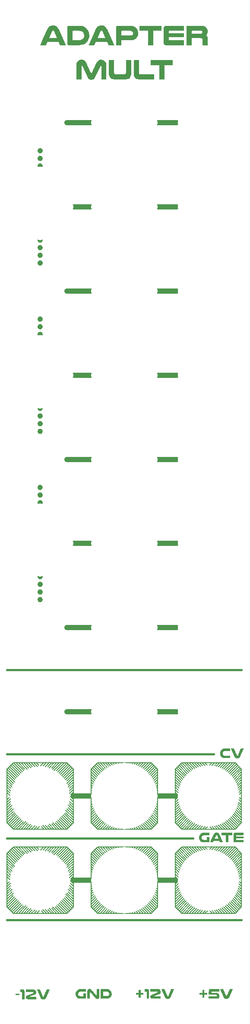
<source format=gto>
G04 #@! TF.GenerationSoftware,KiCad,Pcbnew,8.0.3*
G04 #@! TF.CreationDate,2024-06-29T21:42:12+02:00*
G04 #@! TF.ProjectId,DMH_Adapter_Mult_PANEL,444d485f-4164-4617-9074-65725f4d756c,1*
G04 #@! TF.SameCoordinates,Original*
G04 #@! TF.FileFunction,Legend,Top*
G04 #@! TF.FilePolarity,Positive*
%FSLAX46Y46*%
G04 Gerber Fmt 4.6, Leading zero omitted, Abs format (unit mm)*
G04 Created by KiCad (PCBNEW 8.0.3) date 2024-06-29 21:42:12*
%MOMM*%
%LPD*%
G01*
G04 APERTURE LIST*
%ADD10C,0.200000*%
%ADD11C,1.000000*%
%ADD12C,0.550000*%
%ADD13C,0.400000*%
%ADD14C,0.100000*%
%ADD15C,0.500000*%
%ADD16C,2.900000*%
%ADD17C,13.000000*%
%ADD18C,0.500000*%
%ADD19C,12.000000*%
%ADD20C,4.000000*%
G04 APERTURE END LIST*
D10*
X82250000Y-224000000D02*
X83750000Y-222500000D01*
X92250000Y-211500000D02*
X90500000Y-213250000D01*
X80250000Y-206500000D02*
X82000000Y-204750000D01*
X91750000Y-194500000D02*
X93000000Y-195750000D01*
X96500000Y-197250000D02*
X97750000Y-198500000D01*
X92500000Y-206750000D02*
X90750000Y-205000000D01*
X93000000Y-206250000D02*
X91750000Y-207500000D01*
X126000000Y-199250000D02*
X125250000Y-200000000D01*
X126000000Y-203750000D02*
X125000000Y-202750000D01*
X80750000Y-211500000D02*
X82500000Y-213250000D01*
X105250000Y-211000000D02*
X104500000Y-211750000D01*
X124250000Y-224000000D02*
X122750000Y-222500000D01*
X106750000Y-211000000D02*
X105500000Y-212250000D01*
X88250000Y-224000000D02*
X87500000Y-223250000D01*
X126000000Y-206250000D02*
X124750000Y-207500000D01*
X104200000Y-211000000D02*
X103600000Y-211600000D01*
X125000000Y-207250000D02*
X123250000Y-205500000D01*
X126000000Y-203250000D02*
X125250000Y-202500000D01*
X114250000Y-194500000D02*
X119500000Y-194500000D01*
X101800000Y-207500000D02*
X102400000Y-206900000D01*
X109500000Y-218700000D02*
X108900000Y-218100000D01*
X123750000Y-224000000D02*
X122500000Y-222750000D01*
X113000000Y-218250000D02*
X113500000Y-217750000D01*
X120250000Y-207500000D02*
X119750000Y-207000000D01*
X87700000Y-211000000D02*
X87100000Y-211600000D01*
X98250000Y-224000000D02*
X99750000Y-222500000D01*
X89750000Y-211000000D02*
X88750000Y-212000000D01*
X109500000Y-221250000D02*
X108250000Y-220000000D01*
X119500000Y-207500000D02*
X114250000Y-207500000D01*
D11*
X109250000Y-168000000D02*
X113250000Y-168000000D01*
D10*
X108500000Y-207250000D02*
X106750000Y-205500000D01*
X109500000Y-196750000D02*
X108250000Y-198000000D01*
X91250000Y-211000000D02*
X89750000Y-212500000D01*
X126000000Y-204750000D02*
X124750000Y-203500000D01*
X109500000Y-220750000D02*
X108500000Y-219750000D01*
X109500000Y-215750000D02*
X108750000Y-216500000D01*
X113000000Y-198750000D02*
X113750000Y-199500000D01*
X104250000Y-224000000D02*
X103500000Y-223250000D01*
X103750000Y-224000000D02*
X103250000Y-223500000D01*
X104750000Y-194500000D02*
X104050000Y-195200000D01*
X81750000Y-211000000D02*
X83250000Y-212500000D01*
X96750000Y-212000000D02*
X98500000Y-213750000D01*
X92750000Y-206500000D02*
X91000000Y-204750000D01*
X80000000Y-219750000D02*
X80750000Y-219000000D01*
X113000000Y-206250000D02*
X114750000Y-204500000D01*
X90750000Y-224000000D02*
X89500000Y-222750000D01*
D11*
X91750000Y-102000000D02*
X96750000Y-102000000D01*
D10*
X93000000Y-214250000D02*
X92000000Y-215250000D01*
X114750000Y-211000000D02*
X116250000Y-212500000D01*
X126000000Y-219250000D02*
X125300000Y-218550000D01*
X92250000Y-223500000D02*
X90500000Y-221750000D01*
X96500000Y-217500000D02*
X96500000Y-212250000D01*
X80000000Y-204250000D02*
X81000000Y-203250000D01*
X80000000Y-198250000D02*
X81000000Y-199250000D01*
X113500000Y-223250000D02*
X115250000Y-221500000D01*
X113000000Y-217500000D02*
X113000000Y-212250000D01*
X125250000Y-211500000D02*
X123500000Y-213250000D01*
X100750000Y-207500000D02*
X101500000Y-206750000D01*
X97750000Y-211000000D02*
X99500000Y-212750000D01*
X109500000Y-205750000D02*
X108000000Y-204250000D01*
X106750000Y-207500000D02*
X105500000Y-206250000D01*
X126000000Y-198250000D02*
X125000000Y-199250000D01*
D12*
X86775000Y-95000000D02*
G75*
G02*
X86225000Y-95000000I-275000J0D01*
G01*
X86225000Y-95000000D02*
G75*
G02*
X86775000Y-95000000I275000J0D01*
G01*
D10*
X101800000Y-224000000D02*
X102400000Y-223400000D01*
X113000000Y-218750000D02*
X113750000Y-218000000D01*
X115250000Y-211000000D02*
X116500000Y-212250000D01*
X80000000Y-214250000D02*
X81000000Y-215250000D01*
X109500000Y-204750000D02*
X108250000Y-203500000D01*
X126000000Y-222750000D02*
X124750000Y-224000000D01*
X126000000Y-222750000D02*
X124250000Y-221000000D01*
X80000000Y-196750000D02*
X81500000Y-198250000D01*
X109500000Y-201000000D02*
X109500000Y-206250000D01*
X126000000Y-213250000D02*
X124750000Y-214500000D01*
X80250000Y-212000000D02*
X82000000Y-213750000D01*
X87750000Y-224000000D02*
X87000000Y-223250000D01*
X113250000Y-212000000D02*
X115000000Y-213750000D01*
X80000000Y-212250000D02*
X81750000Y-214000000D01*
X113250000Y-206500000D02*
X115000000Y-204750000D01*
X96500000Y-204250000D02*
X97500000Y-203250000D01*
X100750000Y-211000000D02*
X101500000Y-211750000D01*
D12*
X86775000Y-125000000D02*
G75*
G02*
X86225000Y-125000000I-275000J0D01*
G01*
X86225000Y-125000000D02*
G75*
G02*
X86775000Y-125000000I275000J0D01*
G01*
D10*
X81250000Y-211000000D02*
X83000000Y-212750000D01*
X93000000Y-214750000D02*
X92000000Y-215750000D01*
X96500000Y-215250000D02*
X97250000Y-216000000D01*
X121750000Y-207500000D02*
X121000000Y-206750000D01*
X113000000Y-206250000D02*
X113000000Y-201000000D01*
X108750000Y-223500000D02*
X107000000Y-221750000D01*
X109000000Y-195250000D02*
X107250000Y-197000000D01*
X98250000Y-207500000D02*
X99750000Y-206000000D01*
X115750000Y-224000000D02*
X117000000Y-222750000D01*
X113000000Y-203250000D02*
X113750000Y-202500000D01*
X114250000Y-211000000D02*
X119500000Y-211000000D01*
X107750000Y-207500000D02*
X106250000Y-206000000D01*
X96750000Y-206500000D02*
X98500000Y-204750000D01*
X113000000Y-202250000D02*
X113750000Y-201500000D01*
X96500000Y-200300000D02*
X97100000Y-200900000D01*
X113250000Y-195500000D02*
X115000000Y-197250000D01*
X96500000Y-222750000D02*
X96500000Y-217500000D01*
X113000000Y-220250000D02*
X114000000Y-219250000D01*
X89750000Y-207500000D02*
X88750000Y-206500000D01*
X96500000Y-220250000D02*
X97500000Y-219250000D01*
X107750000Y-194500000D02*
X106250000Y-196000000D01*
D12*
X86775000Y-140500000D02*
G75*
G02*
X86225000Y-140500000I-275000J0D01*
G01*
X86225000Y-140500000D02*
G75*
G02*
X86775000Y-140500000I275000J0D01*
G01*
D10*
X92000000Y-194750000D02*
X90250000Y-196500000D01*
X108250000Y-207500000D02*
X103000000Y-207500000D01*
X91250000Y-207500000D02*
X89750000Y-206000000D01*
X89250000Y-207500000D02*
X88250000Y-206500000D01*
X80750000Y-207000000D02*
X82500000Y-205250000D01*
X115750000Y-211000000D02*
X117000000Y-212250000D01*
X97500000Y-194750000D02*
X99250000Y-196500000D01*
X80000000Y-218750000D02*
X80750000Y-218000000D01*
X107250000Y-224000000D02*
X106000000Y-222750000D01*
D12*
X86775000Y-109000000D02*
G75*
G02*
X86225000Y-109000000I-275000J0D01*
G01*
X86225000Y-109000000D02*
G75*
G02*
X86775000Y-109000000I275000J0D01*
G01*
D10*
X117750000Y-207500000D02*
X118450000Y-206800000D01*
X96500000Y-196750000D02*
X98000000Y-198250000D01*
X96500000Y-205750000D02*
X98000000Y-204250000D01*
X117250000Y-211000000D02*
X118000000Y-211750000D01*
X96500000Y-212250000D02*
X97750000Y-211000000D01*
X108250000Y-224000000D02*
X106500000Y-222250000D01*
X84750000Y-224000000D02*
X85450000Y-223300000D01*
X125500000Y-206750000D02*
X123750000Y-205000000D01*
X105750000Y-224000000D02*
X104750000Y-223000000D01*
D12*
X86775000Y-76000000D02*
G75*
G02*
X86225000Y-76000000I-275000J0D01*
G01*
X86225000Y-76000000D02*
G75*
G02*
X86775000Y-76000000I275000J0D01*
G01*
D10*
X113750000Y-223500000D02*
X115500000Y-221750000D01*
X89250000Y-211000000D02*
X88250000Y-212000000D01*
X109500000Y-216750000D02*
X109000000Y-217250000D01*
X114750000Y-224000000D02*
X116250000Y-222500000D01*
X101250000Y-194500000D02*
X102000000Y-195250000D01*
D12*
X86775000Y-143500000D02*
G75*
G02*
X86225000Y-143500000I-275000J0D01*
G01*
X86225000Y-143500000D02*
G75*
G02*
X86775000Y-143500000I275000J0D01*
G01*
D10*
X109500000Y-206250000D02*
X108250000Y-207500000D01*
X96500000Y-222750000D02*
X98250000Y-221000000D01*
X93000000Y-196750000D02*
X91750000Y-198000000D01*
X80000000Y-201000000D02*
X80000000Y-195750000D01*
X92000000Y-211250000D02*
X90250000Y-213000000D01*
X116750000Y-207500000D02*
X117750000Y-206500000D01*
D11*
X93000000Y-217500000D02*
X96500000Y-217500000D01*
D10*
X83250000Y-194500000D02*
X84250000Y-195500000D01*
X113000000Y-222750000D02*
X114750000Y-221000000D01*
D13*
X80000000Y-225250000D02*
X126000000Y-225250000D01*
D10*
X93000000Y-198250000D02*
X92000000Y-199250000D01*
X98750000Y-224000000D02*
X100250000Y-222500000D01*
X99750000Y-224000000D02*
X100750000Y-223000000D01*
X109500000Y-199750000D02*
X108750000Y-200500000D01*
X80000000Y-221250000D02*
X81250000Y-220000000D01*
X96500000Y-216800000D02*
X97100000Y-217400000D01*
X86500000Y-194500000D02*
X91750000Y-194500000D01*
X96500000Y-204750000D02*
X97750000Y-203500000D01*
X109500000Y-206250000D02*
X107750000Y-204500000D01*
X96500000Y-195750000D02*
X98250000Y-197500000D01*
X80000000Y-197750000D02*
X81000000Y-198750000D01*
X93000000Y-212750000D02*
X91500000Y-214250000D01*
X84750000Y-194500000D02*
X85500000Y-195250000D01*
X80000000Y-222750000D02*
X80000000Y-217500000D01*
X97000000Y-195250000D02*
X98750000Y-197000000D01*
X97250000Y-223500000D02*
X99000000Y-221750000D01*
X96500000Y-198250000D02*
X97500000Y-199250000D01*
X126000000Y-215750000D02*
X125250000Y-216500000D01*
X80750000Y-223500000D02*
X82500000Y-221750000D01*
X81750000Y-207500000D02*
X83250000Y-206000000D01*
X126000000Y-206250000D02*
X124250000Y-204500000D01*
X104750000Y-211000000D02*
X104050000Y-211700000D01*
X113000000Y-213750000D02*
X114250000Y-215000000D01*
D12*
X86775000Y-158000000D02*
G75*
G02*
X86225000Y-158000000I-275000J0D01*
G01*
X86225000Y-158000000D02*
G75*
G02*
X86775000Y-158000000I275000J0D01*
G01*
D10*
X88250000Y-207500000D02*
X87500000Y-206750000D01*
X97500000Y-211250000D02*
X99250000Y-213000000D01*
X80000000Y-216300000D02*
X80600000Y-216900000D01*
X113000000Y-220750000D02*
X114000000Y-219750000D01*
X126000000Y-196250000D02*
X124500000Y-197750000D01*
X93000000Y-199750000D02*
X92250000Y-200500000D01*
X93000000Y-202200000D02*
X92400000Y-201600000D01*
X84250000Y-194500000D02*
X85000000Y-195250000D01*
X83750000Y-211000000D02*
X84750000Y-212000000D01*
D11*
X91750000Y-69000000D02*
X96750000Y-69000000D01*
D10*
X93000000Y-215250000D02*
X92250000Y-216000000D01*
X88250000Y-211000000D02*
X87550000Y-211700000D01*
X114000000Y-211250000D02*
X115750000Y-213000000D01*
X109500000Y-222750000D02*
X107750000Y-221000000D01*
X85750000Y-211000000D02*
X86250000Y-211500000D01*
X121750000Y-224000000D02*
X121000000Y-223250000D01*
X113000000Y-198250000D02*
X114000000Y-199250000D01*
X96500000Y-196250000D02*
X98000000Y-197750000D01*
X96500000Y-201000000D02*
X96500000Y-195750000D01*
X81750000Y-194500000D02*
X83250000Y-196000000D01*
X80500000Y-223250000D02*
X82250000Y-221500000D01*
X96500000Y-205250000D02*
X97750000Y-204000000D01*
X123250000Y-194500000D02*
X122000000Y-195750000D01*
X88750000Y-224000000D02*
X88000000Y-223250000D01*
X117250000Y-207500000D02*
X118000000Y-206750000D01*
X97750000Y-194500000D02*
X103000000Y-194500000D01*
X108750000Y-211500000D02*
X107000000Y-213250000D01*
X96500000Y-215750000D02*
X97200000Y-216450000D01*
X118750000Y-211000000D02*
X119250000Y-211500000D01*
X96500000Y-201750000D02*
X97000000Y-201250000D01*
X116250000Y-224000000D02*
X117250000Y-223000000D01*
X124750000Y-211000000D02*
X123000000Y-212750000D01*
X98750000Y-194500000D02*
X100000000Y-195750000D01*
X96500000Y-219750000D02*
X97250000Y-219000000D01*
X117250000Y-194500000D02*
X118000000Y-195250000D01*
X82750000Y-211000000D02*
X84000000Y-212250000D01*
X113000000Y-222750000D02*
X113000000Y-217500000D01*
X116750000Y-224000000D02*
X117750000Y-223000000D01*
X82250000Y-207500000D02*
X83750000Y-206000000D01*
X105250000Y-224000000D02*
X104500000Y-223250000D01*
X109250000Y-223000000D02*
X107500000Y-221250000D01*
X126000000Y-220250000D02*
X125000000Y-219250000D01*
X126000000Y-213750000D02*
X124750000Y-215000000D01*
X114250000Y-194500000D02*
X116000000Y-196250000D01*
X124250000Y-207500000D02*
X122750000Y-206000000D01*
X123250000Y-224000000D02*
X122000000Y-222750000D01*
D11*
X109250000Y-184500000D02*
X113250000Y-184500000D01*
D10*
X109500000Y-198250000D02*
X108500000Y-199250000D01*
X124750000Y-207500000D02*
X123000000Y-205750000D01*
X80000000Y-220250000D02*
X81000000Y-219250000D01*
X113000000Y-212250000D02*
X114250000Y-211000000D01*
X85800000Y-207500000D02*
X86400000Y-206900000D01*
X124250000Y-194500000D02*
X122750000Y-196000000D01*
X82750000Y-224000000D02*
X84000000Y-222750000D01*
X116750000Y-194500000D02*
X117750000Y-195500000D01*
X96500000Y-212250000D02*
X98250000Y-214000000D01*
X114250000Y-224000000D02*
X116000000Y-222250000D01*
X81000000Y-211250000D02*
X82750000Y-213000000D01*
X109500000Y-197250000D02*
X108250000Y-198500000D01*
X126000000Y-198750000D02*
X125250000Y-199500000D01*
X80000000Y-206250000D02*
X80000000Y-201000000D01*
X109500000Y-196250000D02*
X108000000Y-197750000D01*
X109500000Y-213250000D02*
X108250000Y-214500000D01*
X113000000Y-197250000D02*
X114250000Y-198500000D01*
X103700000Y-211000000D02*
X103100000Y-211600000D01*
X113000000Y-202750000D02*
X113750000Y-202000000D01*
X84750000Y-211000000D02*
X85500000Y-211750000D01*
X80500000Y-206750000D02*
X82250000Y-205000000D01*
X99250000Y-224000000D02*
X100500000Y-222750000D01*
X107250000Y-194500000D02*
X105750000Y-196000000D01*
X100250000Y-224000000D02*
X101250000Y-223000000D01*
X80000000Y-199250000D02*
X80700000Y-199950000D01*
X93000000Y-222750000D02*
X91250000Y-221000000D01*
X101750000Y-211000000D02*
X102500000Y-211750000D01*
X96500000Y-221750000D02*
X97750000Y-220500000D01*
X117750000Y-194500000D02*
X118500000Y-195250000D01*
X104750000Y-224000000D02*
X104000000Y-223250000D01*
X96500000Y-218250000D02*
X97000000Y-217750000D01*
X93000000Y-220250000D02*
X92000000Y-219250000D01*
D12*
X86775000Y-96500000D02*
G75*
G02*
X86225000Y-96500000I-275000J0D01*
G01*
X86225000Y-96500000D02*
G75*
G02*
X86775000Y-96500000I275000J0D01*
G01*
D10*
X80000000Y-213750000D02*
X81250000Y-215000000D01*
X80000000Y-205250000D02*
X81250000Y-204000000D01*
X97250000Y-207000000D02*
X99000000Y-205250000D01*
X83250000Y-224000000D02*
X84250000Y-223000000D01*
X93000000Y-222750000D02*
X91750000Y-224000000D01*
X126000000Y-218700000D02*
X125400000Y-218100000D01*
X80000000Y-212750000D02*
X81500000Y-214250000D01*
X81250000Y-194500000D02*
X83000000Y-196250000D01*
X121750000Y-211000000D02*
X121000000Y-211750000D01*
X126000000Y-205250000D02*
X124500000Y-203750000D01*
X85250000Y-194500000D02*
X86000000Y-195250000D01*
X89250000Y-194500000D02*
X88250000Y-195500000D01*
D12*
X86775000Y-126500000D02*
G75*
G02*
X86225000Y-126500000I-275000J0D01*
G01*
X86225000Y-126500000D02*
G75*
G02*
X86775000Y-126500000I275000J0D01*
G01*
D10*
X93000000Y-205250000D02*
X91500000Y-203750000D01*
X109500000Y-214750000D02*
X108500000Y-215750000D01*
X126000000Y-215250000D02*
X125250000Y-216000000D01*
X96500000Y-214750000D02*
X97500000Y-215750000D01*
X118800000Y-224000000D02*
X119400000Y-223400000D01*
X80000000Y-202750000D02*
X80750000Y-202000000D01*
X91750000Y-211000000D02*
X90000000Y-212750000D01*
X84250000Y-211000000D02*
X85000000Y-211750000D01*
X93000000Y-205750000D02*
X91500000Y-204250000D01*
X125750000Y-206500000D02*
X124000000Y-204750000D01*
X98250000Y-211000000D02*
X99750000Y-212500000D01*
X100750000Y-194500000D02*
X101500000Y-195250000D01*
X80750000Y-195000000D02*
X82500000Y-196750000D01*
X109500000Y-212750000D02*
X108000000Y-214250000D01*
X80000000Y-222250000D02*
X81500000Y-220750000D01*
X93000000Y-217500000D02*
X93000000Y-222750000D01*
X113000000Y-212250000D02*
X114750000Y-214000000D01*
X108250000Y-224000000D02*
X103000000Y-224000000D01*
X114250000Y-207500000D02*
X116000000Y-205750000D01*
X113000000Y-215750000D02*
X113700000Y-216450000D01*
D12*
X86775000Y-159500000D02*
G75*
G02*
X86225000Y-159500000I-275000J0D01*
G01*
X86225000Y-159500000D02*
G75*
G02*
X86775000Y-159500000I275000J0D01*
G01*
D10*
X126000000Y-221750000D02*
X124500000Y-220250000D01*
X93000000Y-212250000D02*
X93000000Y-217500000D01*
X92250000Y-207000000D02*
X90500000Y-205250000D01*
X80250000Y-223000000D02*
X82000000Y-221250000D01*
X90250000Y-211000000D02*
X89000000Y-212250000D01*
X93000000Y-199250000D02*
X92250000Y-200000000D01*
D12*
X86775000Y-74500000D02*
G75*
G02*
X86225000Y-74500000I-275000J0D01*
G01*
X86225000Y-74500000D02*
G75*
G02*
X86775000Y-74500000I275000J0D01*
G01*
D10*
X93000000Y-215750000D02*
X92250000Y-216500000D01*
X82250000Y-194500000D02*
X83500000Y-195750000D01*
X113000000Y-205750000D02*
X114500000Y-204250000D01*
X98250000Y-194500000D02*
X99750000Y-196000000D01*
X80000000Y-203750000D02*
X81000000Y-202750000D01*
X113000000Y-216300000D02*
X113600000Y-216900000D01*
X126000000Y-201700000D02*
X125400000Y-201100000D01*
X101750000Y-194500000D02*
X102500000Y-195250000D01*
X97750000Y-224000000D02*
X96500000Y-222750000D01*
X93000000Y-201000000D02*
X93000000Y-206250000D01*
X105750000Y-211000000D02*
X104750000Y-212000000D01*
X93000000Y-200250000D02*
X92500000Y-200750000D01*
X113000000Y-195750000D02*
X114750000Y-197500000D01*
X99750000Y-207500000D02*
X100750000Y-206500000D01*
X124250000Y-211000000D02*
X122750000Y-212500000D01*
X116750000Y-211000000D02*
X117750000Y-212000000D01*
X102250000Y-194500000D02*
X102750000Y-195000000D01*
X113000000Y-212750000D02*
X114500000Y-214250000D01*
X84250000Y-207500000D02*
X85000000Y-206750000D01*
X96500000Y-203250000D02*
X97250000Y-202500000D01*
X80000000Y-204750000D02*
X81250000Y-203500000D01*
X96500000Y-199800000D02*
X97100000Y-200400000D01*
X113000000Y-195750000D02*
X114250000Y-194500000D01*
X91750000Y-224000000D02*
X90000000Y-222250000D01*
X126000000Y-220750000D02*
X125000000Y-219750000D01*
X109500000Y-222750000D02*
X108250000Y-224000000D01*
X113000000Y-214750000D02*
X114000000Y-215750000D01*
X126000000Y-202750000D02*
X125300000Y-202050000D01*
X126000000Y-196750000D02*
X124750000Y-198000000D01*
X85750000Y-194500000D02*
X86250000Y-195000000D01*
X113000000Y-201750000D02*
X113500000Y-201250000D01*
X108250000Y-194500000D02*
X106500000Y-196250000D01*
X88750000Y-211000000D02*
X88000000Y-211750000D01*
X80000000Y-198750000D02*
X80750000Y-199500000D01*
X120250000Y-224000000D02*
X119750000Y-223500000D01*
X125250000Y-207000000D02*
X123500000Y-205250000D01*
X118300000Y-207500000D02*
X118900000Y-206900000D01*
X86500000Y-207500000D02*
X81250000Y-207500000D01*
X106250000Y-211000000D02*
X105250000Y-212000000D01*
X109500000Y-219250000D02*
X108800000Y-218550000D01*
X122250000Y-207500000D02*
X121250000Y-206500000D01*
X100250000Y-207500000D02*
X101250000Y-206500000D01*
X126000000Y-218200000D02*
X125400000Y-217600000D01*
X125000000Y-223750000D02*
X123250000Y-222000000D01*
X126000000Y-202200000D02*
X125400000Y-201600000D01*
X93000000Y-195750000D02*
X93000000Y-201000000D01*
D12*
X86775000Y-93500000D02*
G75*
G02*
X86225000Y-93500000I-275000J0D01*
G01*
X86225000Y-93500000D02*
G75*
G02*
X86775000Y-93500000I275000J0D01*
G01*
D10*
X96500000Y-213250000D02*
X98000000Y-214750000D01*
X96500000Y-202750000D02*
X97250000Y-202000000D01*
X90250000Y-207500000D02*
X89000000Y-206250000D01*
X97000000Y-211750000D02*
X98750000Y-213500000D01*
X87200000Y-211000000D02*
X86600000Y-211600000D01*
X109250000Y-206500000D02*
X107500000Y-204750000D01*
X119500000Y-194500000D02*
X124750000Y-194500000D01*
X96500000Y-202250000D02*
X97250000Y-201500000D01*
X126000000Y-212750000D02*
X124500000Y-214250000D01*
X113000000Y-204250000D02*
X114000000Y-203250000D01*
X85800000Y-224000000D02*
X86400000Y-223400000D01*
X109500000Y-216250000D02*
X108750000Y-217000000D01*
X97750000Y-207500000D02*
X99500000Y-205750000D01*
X84750000Y-207500000D02*
X85450000Y-206800000D01*
X126000000Y-214750000D02*
X125000000Y-215750000D01*
X96500000Y-198750000D02*
X97250000Y-199500000D01*
X106750000Y-194500000D02*
X105500000Y-195750000D01*
X109500000Y-197750000D02*
X108500000Y-198750000D01*
X87250000Y-224000000D02*
X86750000Y-223500000D01*
D11*
X91750000Y-135000000D02*
X96750000Y-135000000D01*
D10*
X107750000Y-224000000D02*
X106250000Y-222500000D01*
X121750000Y-194500000D02*
X121000000Y-195250000D01*
X126000000Y-217500000D02*
X126000000Y-222750000D01*
X86500000Y-211000000D02*
X91750000Y-211000000D01*
X83750000Y-224000000D02*
X84750000Y-223000000D01*
X126000000Y-212250000D02*
X124250000Y-214000000D01*
X92250000Y-195000000D02*
X90500000Y-196750000D01*
X104750000Y-207500000D02*
X104000000Y-206750000D01*
X113000000Y-219250000D02*
X113750000Y-218500000D01*
X80500000Y-195250000D02*
X82250000Y-197000000D01*
X109500000Y-222250000D02*
X108000000Y-220750000D01*
D12*
X86775000Y-110500000D02*
G75*
G02*
X86225000Y-110500000I-275000J0D01*
G01*
X86225000Y-110500000D02*
G75*
G02*
X86775000Y-110500000I275000J0D01*
G01*
D10*
X113000000Y-197750000D02*
X114000000Y-198750000D01*
X120200000Y-194500000D02*
X119600000Y-195100000D01*
X80000000Y-196250000D02*
X81500000Y-197750000D01*
D12*
X86775000Y-161000000D02*
G75*
G02*
X86225000Y-161000000I-275000J0D01*
G01*
X86225000Y-161000000D02*
G75*
G02*
X86775000Y-161000000I275000J0D01*
G01*
D10*
X97750000Y-194500000D02*
X99500000Y-196250000D01*
X88750000Y-207500000D02*
X88000000Y-206750000D01*
X108250000Y-194500000D02*
X109500000Y-195750000D01*
X113000000Y-201000000D02*
X113000000Y-195750000D01*
X96500000Y-206250000D02*
X96500000Y-201000000D01*
X116250000Y-211000000D02*
X117250000Y-212000000D01*
X93000000Y-213250000D02*
X91750000Y-214500000D01*
D11*
X91750000Y-184500000D02*
X96750000Y-184500000D01*
D10*
X118300000Y-224000000D02*
X118900000Y-223400000D01*
X96500000Y-218750000D02*
X97250000Y-218000000D01*
X109500000Y-202750000D02*
X108800000Y-202050000D01*
X108500000Y-194750000D02*
X106750000Y-196500000D01*
X98750000Y-211000000D02*
X100000000Y-212250000D01*
X104250000Y-207500000D02*
X103500000Y-206750000D01*
X109500000Y-213750000D02*
X108250000Y-215000000D01*
X108750000Y-195000000D02*
X107000000Y-196750000D01*
X96500000Y-219250000D02*
X97250000Y-218500000D01*
X115750000Y-207500000D02*
X117000000Y-206250000D01*
X109500000Y-212250000D02*
X107750000Y-214000000D01*
X100250000Y-194500000D02*
X101250000Y-195500000D01*
X107250000Y-211000000D02*
X105750000Y-212500000D01*
X113000000Y-196250000D02*
X114500000Y-197750000D01*
X109000000Y-211750000D02*
X107250000Y-213500000D01*
X121250000Y-194500000D02*
X120550000Y-195200000D01*
X92000000Y-223750000D02*
X90250000Y-222000000D01*
X116250000Y-194500000D02*
X117250000Y-195500000D01*
X85250000Y-211000000D02*
X86000000Y-211750000D01*
X115250000Y-194500000D02*
X116500000Y-195750000D01*
X122750000Y-207500000D02*
X121750000Y-206500000D01*
X97000000Y-206750000D02*
X98750000Y-205000000D01*
X108250000Y-207500000D02*
X106500000Y-205750000D01*
X122250000Y-211000000D02*
X121250000Y-212000000D01*
X109250000Y-195500000D02*
X107500000Y-197250000D01*
X81750000Y-224000000D02*
X83250000Y-222500000D01*
X80000000Y-219250000D02*
X80750000Y-218500000D01*
X97250000Y-195000000D02*
X99000000Y-196750000D01*
X109500000Y-195750000D02*
X109500000Y-201000000D01*
X96500000Y-216300000D02*
X97100000Y-216900000D01*
X103000000Y-207500000D02*
X97750000Y-207500000D01*
X114750000Y-207500000D02*
X116250000Y-206000000D01*
X109500000Y-215250000D02*
X108750000Y-216000000D01*
X109500000Y-200250000D02*
X109000000Y-200750000D01*
X81250000Y-207500000D02*
X80000000Y-206250000D01*
X124750000Y-194500000D02*
X126000000Y-195750000D01*
X124750000Y-211000000D02*
X126000000Y-212250000D01*
X123750000Y-211000000D02*
X122250000Y-212500000D01*
X102300000Y-207500000D02*
X102900000Y-206900000D01*
X81000000Y-194750000D02*
X82750000Y-196500000D01*
D13*
X80000000Y-192750000D02*
X120500000Y-192750000D01*
D10*
X100750000Y-224000000D02*
X101500000Y-223250000D01*
X115250000Y-224000000D02*
X116750000Y-222500000D01*
X81000000Y-223750000D02*
X82750000Y-222000000D01*
D11*
X109250000Y-85500000D02*
X113250000Y-85500000D01*
D10*
X122750000Y-211000000D02*
X121750000Y-212000000D01*
X105250000Y-194500000D02*
X104500000Y-195250000D01*
D11*
X109250000Y-135000000D02*
X113250000Y-135000000D01*
D10*
X113000000Y-219750000D02*
X113750000Y-219000000D01*
X125750000Y-223000000D02*
X124000000Y-221250000D01*
X113000000Y-204750000D02*
X114250000Y-203500000D01*
X109500000Y-203750000D02*
X108500000Y-202750000D01*
X92750000Y-212000000D02*
X91000000Y-213750000D01*
X114750000Y-194500000D02*
X116250000Y-196000000D01*
X107750000Y-211000000D02*
X106250000Y-212500000D01*
X96750000Y-223000000D02*
X98500000Y-221250000D01*
X113750000Y-207000000D02*
X115500000Y-205250000D01*
X82250000Y-211000000D02*
X83500000Y-212250000D01*
X80000000Y-212250000D02*
X81250000Y-211000000D01*
X97250000Y-211500000D02*
X99000000Y-213250000D01*
X93000000Y-221250000D02*
X91750000Y-220000000D01*
X114250000Y-224000000D02*
X113000000Y-222750000D01*
X93000000Y-195750000D02*
X91250000Y-197500000D01*
X93000000Y-218200000D02*
X92400000Y-217600000D01*
X101250000Y-224000000D02*
X101950000Y-223300000D01*
X104200000Y-194500000D02*
X103600000Y-195100000D01*
X122250000Y-224000000D02*
X121250000Y-223000000D01*
X125000000Y-194750000D02*
X123250000Y-196500000D01*
X89250000Y-224000000D02*
X88250000Y-223000000D01*
X97750000Y-211000000D02*
X103000000Y-211000000D01*
X92750000Y-223000000D02*
X91000000Y-221250000D01*
X83250000Y-211000000D02*
X84250000Y-212000000D01*
X96500000Y-222250000D02*
X98000000Y-220750000D01*
X114000000Y-223750000D02*
X115750000Y-222000000D01*
X106250000Y-194500000D02*
X105250000Y-195500000D01*
X113750000Y-211500000D02*
X115500000Y-213250000D01*
X80000000Y-197250000D02*
X81250000Y-198500000D01*
X96500000Y-197750000D02*
X97500000Y-198750000D01*
X121250000Y-211000000D02*
X120550000Y-211700000D01*
X109500000Y-217500000D02*
X109500000Y-222750000D01*
X123250000Y-211000000D02*
X122000000Y-212250000D01*
X103750000Y-207500000D02*
X103250000Y-207000000D01*
X103000000Y-224000000D02*
X97750000Y-224000000D01*
X83750000Y-207500000D02*
X84750000Y-206500000D01*
X113000000Y-200300000D02*
X113600000Y-200900000D01*
X113000000Y-196750000D02*
X114500000Y-198250000D01*
X81250000Y-207500000D02*
X83000000Y-205750000D01*
X109500000Y-202200000D02*
X108900000Y-201600000D01*
X126000000Y-201000000D02*
X126000000Y-206250000D01*
X115750000Y-194500000D02*
X117000000Y-195750000D01*
X119500000Y-224000000D02*
X114250000Y-224000000D01*
X109500000Y-205250000D02*
X108000000Y-203750000D01*
X109500000Y-195750000D02*
X107750000Y-197500000D01*
X80000000Y-217500000D02*
X80000000Y-212250000D01*
X114250000Y-211000000D02*
X116000000Y-212750000D01*
X92500000Y-223250000D02*
X90750000Y-221500000D01*
X93000000Y-201700000D02*
X92400000Y-201100000D01*
D12*
X86775000Y-129500000D02*
G75*
G02*
X86225000Y-129500000I-275000J0D01*
G01*
X86225000Y-129500000D02*
G75*
G02*
X86775000Y-129500000I275000J0D01*
G01*
D10*
X92000000Y-207250000D02*
X90250000Y-205500000D01*
D13*
X80000000Y-209250000D02*
X116500000Y-209250000D01*
D10*
X108750000Y-207000000D02*
X107000000Y-205250000D01*
X80000000Y-205750000D02*
X81500000Y-204250000D01*
X120700000Y-194500000D02*
X120100000Y-195100000D01*
X93000000Y-213750000D02*
X91750000Y-215000000D01*
X113000000Y-199250000D02*
X113700000Y-199950000D01*
X93000000Y-202750000D02*
X92300000Y-202050000D01*
D12*
X86775000Y-162500000D02*
G75*
G02*
X86225000Y-162500000I-275000J0D01*
G01*
X86225000Y-162500000D02*
G75*
G02*
X86775000Y-162500000I275000J0D01*
G01*
D10*
X81250000Y-211000000D02*
X86500000Y-211000000D01*
D12*
X86775000Y-92000000D02*
G75*
G02*
X86225000Y-92000000I-275000J0D01*
G01*
X86225000Y-92000000D02*
G75*
G02*
X86775000Y-92000000I275000J0D01*
G01*
D10*
X85300000Y-207500000D02*
X85900000Y-206900000D01*
X80000000Y-221750000D02*
X81250000Y-220500000D01*
X80000000Y-218250000D02*
X80500000Y-217750000D01*
X93000000Y-212250000D02*
X91250000Y-214000000D01*
X117750000Y-224000000D02*
X118450000Y-223300000D01*
X123750000Y-207500000D02*
X122500000Y-206250000D01*
D12*
X86775000Y-107500000D02*
G75*
G02*
X86225000Y-107500000I-275000J0D01*
G01*
X86225000Y-107500000D02*
G75*
G02*
X86775000Y-107500000I275000J0D01*
G01*
D10*
X109500000Y-221750000D02*
X108000000Y-220250000D01*
D12*
X86775000Y-77500000D02*
G75*
G02*
X86225000Y-77500000I-275000J0D01*
G01*
X86225000Y-77500000D02*
G75*
G02*
X86775000Y-77500000I275000J0D01*
G01*
D10*
X108500000Y-211250000D02*
X106750000Y-213000000D01*
X113000000Y-221250000D02*
X114250000Y-220000000D01*
X91750000Y-207500000D02*
X90000000Y-205750000D01*
X126000000Y-197250000D02*
X124750000Y-198500000D01*
X123750000Y-194500000D02*
X122250000Y-196000000D01*
X117750000Y-211000000D02*
X118500000Y-211750000D01*
X113000000Y-222250000D02*
X114500000Y-220750000D01*
X103700000Y-194500000D02*
X103100000Y-195100000D01*
X96500000Y-214250000D02*
X97500000Y-215250000D01*
X113000000Y-216800000D02*
X113600000Y-217400000D01*
X120700000Y-211000000D02*
X120100000Y-211600000D01*
X126000000Y-219750000D02*
X125250000Y-219000000D01*
X114000000Y-207250000D02*
X115750000Y-205500000D01*
X113000000Y-203750000D02*
X114000000Y-202750000D01*
X83250000Y-207500000D02*
X84250000Y-206500000D01*
X113250000Y-223000000D02*
X115000000Y-221250000D01*
D12*
X86775000Y-128000000D02*
G75*
G02*
X86225000Y-128000000I-275000J0D01*
G01*
X86225000Y-128000000D02*
G75*
G02*
X86775000Y-128000000I275000J0D01*
G01*
D11*
X109500000Y-201000000D02*
X113000000Y-201000000D01*
D10*
X113750000Y-195000000D02*
X115500000Y-196750000D01*
X109500000Y-218200000D02*
X108900000Y-217600000D01*
X91750000Y-194500000D02*
X90000000Y-196250000D01*
X109500000Y-219750000D02*
X108750000Y-219000000D01*
X96500000Y-206250000D02*
X98250000Y-204500000D01*
X97500000Y-207250000D02*
X99250000Y-205500000D01*
X123250000Y-207500000D02*
X122000000Y-206250000D01*
X90250000Y-194500000D02*
X89000000Y-195750000D01*
X80000000Y-214750000D02*
X81000000Y-215750000D01*
X96500000Y-199250000D02*
X97200000Y-199950000D01*
X80000000Y-195750000D02*
X81250000Y-194500000D01*
X122750000Y-224000000D02*
X121750000Y-223000000D01*
X118750000Y-194500000D02*
X119250000Y-195000000D01*
D11*
X92750000Y-118500000D02*
X96750000Y-118500000D01*
D10*
X106250000Y-207500000D02*
X105250000Y-206500000D01*
X96500000Y-212750000D02*
X98000000Y-214250000D01*
X109000000Y-223250000D02*
X107250000Y-221500000D01*
X106750000Y-224000000D02*
X105500000Y-222750000D01*
X93000000Y-219250000D02*
X92300000Y-218550000D01*
X126000000Y-195750000D02*
X126000000Y-201000000D01*
X126000000Y-214250000D02*
X125000000Y-215250000D01*
X126000000Y-195750000D02*
X124250000Y-197500000D01*
X96750000Y-195500000D02*
X98500000Y-197250000D01*
X80000000Y-215750000D02*
X80700000Y-216450000D01*
X93000000Y-197250000D02*
X91750000Y-198500000D01*
X109500000Y-198750000D02*
X108750000Y-199500000D01*
X80000000Y-216800000D02*
X80600000Y-217400000D01*
X96500000Y-220750000D02*
X97500000Y-219750000D01*
X97750000Y-224000000D02*
X99500000Y-222250000D01*
X93000000Y-198750000D02*
X92250000Y-199500000D01*
X122750000Y-194500000D02*
X121750000Y-195500000D01*
X109000000Y-206750000D02*
X107250000Y-205000000D01*
X113000000Y-213250000D02*
X114500000Y-214750000D01*
X93000000Y-204750000D02*
X91750000Y-203500000D01*
X93000000Y-218700000D02*
X92400000Y-218100000D01*
X89750000Y-224000000D02*
X88750000Y-223000000D01*
X80250000Y-195500000D02*
X82000000Y-197250000D01*
X120750000Y-207500000D02*
X120000000Y-206750000D01*
D11*
X109250000Y-102000000D02*
X113250000Y-102000000D01*
D10*
X125500000Y-211750000D02*
X123750000Y-213500000D01*
X81000000Y-207250000D02*
X82750000Y-205500000D01*
X93000000Y-196250000D02*
X91500000Y-197750000D01*
X113500000Y-206750000D02*
X115250000Y-205000000D01*
X90750000Y-211000000D02*
X89250000Y-212500000D01*
X113500000Y-211750000D02*
X115250000Y-213500000D01*
X113000000Y-205250000D02*
X114250000Y-204000000D01*
X93000000Y-216250000D02*
X92250000Y-217000000D01*
X101250000Y-211000000D02*
X102000000Y-211750000D01*
X124750000Y-224000000D02*
X123000000Y-222250000D01*
X90750000Y-207500000D02*
X89500000Y-206250000D01*
X90750000Y-194500000D02*
X89250000Y-196000000D01*
X102250000Y-211000000D02*
X102750000Y-211500000D01*
X93000000Y-221750000D02*
X91500000Y-220250000D01*
X118250000Y-211000000D02*
X119000000Y-211750000D01*
X119500000Y-211000000D02*
X124750000Y-211000000D01*
X80000000Y-220750000D02*
X81000000Y-219750000D01*
X93000000Y-204250000D02*
X92000000Y-203250000D01*
X114000000Y-194750000D02*
X115750000Y-196500000D01*
X84250000Y-224000000D02*
X85000000Y-223250000D01*
X93000000Y-222250000D02*
X91500000Y-220750000D01*
X100250000Y-211000000D02*
X101250000Y-212000000D01*
X96500000Y-213750000D02*
X97750000Y-215000000D01*
X93000000Y-203250000D02*
X92250000Y-202500000D01*
X88750000Y-194500000D02*
X88000000Y-195250000D01*
X120200000Y-211000000D02*
X119600000Y-211600000D01*
X125750000Y-212000000D02*
X124000000Y-213750000D01*
X80000000Y-200300000D02*
X80600000Y-200900000D01*
D11*
X92750000Y-85500000D02*
X96750000Y-85500000D01*
D10*
X108500000Y-223750000D02*
X106750000Y-222000000D01*
X105750000Y-194500000D02*
X104750000Y-195500000D01*
X103000000Y-211000000D02*
X108250000Y-211000000D01*
X109500000Y-214250000D02*
X108500000Y-215250000D01*
X99750000Y-194500000D02*
X100750000Y-195500000D01*
X105250000Y-207500000D02*
X104500000Y-206750000D01*
X101250000Y-207500000D02*
X101950000Y-206800000D01*
X122250000Y-194500000D02*
X121250000Y-195500000D01*
X103000000Y-194500000D02*
X108250000Y-194500000D01*
X113500000Y-195250000D02*
X115250000Y-197000000D01*
X109500000Y-199250000D02*
X108750000Y-200000000D01*
X126000000Y-221250000D02*
X124750000Y-220000000D01*
X126000000Y-204250000D02*
X125000000Y-203250000D01*
X93000000Y-203750000D02*
X92000000Y-202750000D01*
X126000000Y-216750000D02*
X125500000Y-217250000D01*
X105750000Y-207500000D02*
X104750000Y-206500000D01*
X126000000Y-212250000D02*
X126000000Y-217500000D01*
X82750000Y-194500000D02*
X84000000Y-195750000D01*
X126000000Y-200250000D02*
X125500000Y-200750000D01*
X126000000Y-197750000D02*
X125000000Y-198750000D01*
D11*
X93000000Y-201000000D02*
X96500000Y-201000000D01*
D10*
X80000000Y-202250000D02*
X80750000Y-201500000D01*
X124750000Y-194500000D02*
X123000000Y-196250000D01*
X83750000Y-194500000D02*
X84750000Y-195500000D01*
X118250000Y-194500000D02*
X119000000Y-195250000D01*
X124750000Y-224000000D02*
X119500000Y-224000000D01*
X126000000Y-205750000D02*
X124500000Y-204250000D01*
X80000000Y-199800000D02*
X80600000Y-200400000D01*
X121250000Y-224000000D02*
X120500000Y-223250000D01*
X80500000Y-211750000D02*
X82250000Y-213500000D01*
X89750000Y-194500000D02*
X88750000Y-195500000D01*
X96500000Y-221250000D02*
X97750000Y-220000000D01*
X99250000Y-211000000D02*
X100500000Y-212250000D01*
D11*
X92750000Y-151500000D02*
X96750000Y-151500000D01*
D10*
X109500000Y-201700000D02*
X108900000Y-201100000D01*
X97500000Y-223750000D02*
X99250000Y-222000000D01*
X93000000Y-219750000D02*
X92250000Y-219000000D01*
X106250000Y-224000000D02*
X105250000Y-223000000D01*
X125500000Y-195250000D02*
X123750000Y-197000000D01*
X90250000Y-224000000D02*
X89000000Y-222750000D01*
D13*
X80000000Y-176300000D02*
X126000000Y-176300000D01*
D10*
X88250000Y-194500000D02*
X87550000Y-195200000D01*
X85300000Y-224000000D02*
X85900000Y-223400000D01*
D11*
X109250000Y-69000000D02*
X113250000Y-69000000D01*
D10*
X87750000Y-207500000D02*
X87000000Y-206750000D01*
X109250000Y-212000000D02*
X107500000Y-213750000D01*
X126000000Y-199750000D02*
X125250000Y-200500000D01*
X117250000Y-224000000D02*
X118000000Y-223250000D01*
X80000000Y-201750000D02*
X80500000Y-201250000D01*
X109500000Y-212250000D02*
X109500000Y-217500000D01*
X82750000Y-207500000D02*
X84000000Y-206250000D01*
X81250000Y-224000000D02*
X80000000Y-222750000D01*
X116250000Y-207500000D02*
X117250000Y-206500000D01*
X92500000Y-195250000D02*
X90750000Y-197000000D01*
D12*
X86775000Y-142000000D02*
G75*
G02*
X86225000Y-142000000I-275000J0D01*
G01*
X86225000Y-142000000D02*
G75*
G02*
X86775000Y-142000000I275000J0D01*
G01*
D10*
X113000000Y-199800000D02*
X113600000Y-200400000D01*
X121250000Y-207500000D02*
X120500000Y-206750000D01*
X87200000Y-194500000D02*
X86600000Y-195100000D01*
X99250000Y-194500000D02*
X100500000Y-195750000D01*
X93000000Y-197750000D02*
X92000000Y-198750000D01*
X81250000Y-194500000D02*
X86500000Y-194500000D01*
X120750000Y-224000000D02*
X120000000Y-223250000D01*
X92750000Y-195500000D02*
X91000000Y-197250000D01*
X124750000Y-207500000D02*
X119500000Y-207500000D01*
X115250000Y-207500000D02*
X116750000Y-206000000D01*
X93000000Y-206250000D02*
X91250000Y-204500000D01*
D11*
X109500000Y-217500000D02*
X113000000Y-217500000D01*
D10*
X107250000Y-207500000D02*
X106000000Y-206250000D01*
X126000000Y-222250000D02*
X124500000Y-220750000D01*
X91750000Y-224000000D02*
X86500000Y-224000000D01*
X92500000Y-211750000D02*
X90750000Y-213500000D01*
X113000000Y-214250000D02*
X114000000Y-215250000D01*
X87250000Y-207500000D02*
X86750000Y-207000000D01*
D11*
X109250000Y-118500000D02*
X113250000Y-118500000D01*
D10*
X113000000Y-221750000D02*
X114250000Y-220500000D01*
X118800000Y-207500000D02*
X119400000Y-206900000D01*
X126000000Y-216250000D02*
X125250000Y-217000000D01*
X87700000Y-194500000D02*
X87100000Y-195100000D01*
X96500000Y-203750000D02*
X97500000Y-202750000D01*
X91250000Y-224000000D02*
X89750000Y-222500000D01*
X99750000Y-211000000D02*
X100750000Y-212000000D01*
X108250000Y-211000000D02*
X109500000Y-212250000D01*
X113000000Y-215250000D02*
X113750000Y-216000000D01*
X109500000Y-204250000D02*
X108500000Y-203250000D01*
X109500000Y-203250000D02*
X108750000Y-202500000D01*
X80000000Y-222750000D02*
X81750000Y-221000000D01*
X81250000Y-224000000D02*
X83000000Y-222250000D01*
X99250000Y-207500000D02*
X100500000Y-206250000D01*
X91250000Y-194500000D02*
X89750000Y-196000000D01*
X80000000Y-203250000D02*
X80750000Y-202500000D01*
X97000000Y-223250000D02*
X98750000Y-221500000D01*
X93000000Y-216750000D02*
X92500000Y-217250000D01*
X108250000Y-211000000D02*
X106500000Y-212750000D01*
X86500000Y-224000000D02*
X81250000Y-224000000D01*
X91750000Y-211000000D02*
X93000000Y-212250000D01*
X125500000Y-223250000D02*
X123750000Y-221500000D01*
D11*
X109250000Y-151500000D02*
X113250000Y-151500000D01*
D10*
X96500000Y-195750000D02*
X97750000Y-194500000D01*
X125250000Y-195000000D02*
X123500000Y-196750000D01*
X114250000Y-207500000D02*
X113000000Y-206250000D01*
X80000000Y-213250000D02*
X81500000Y-214750000D01*
X80000000Y-215250000D02*
X80750000Y-216000000D01*
X93000000Y-220750000D02*
X92000000Y-219750000D01*
X98750000Y-207500000D02*
X100250000Y-206000000D01*
X109500000Y-220250000D02*
X108500000Y-219250000D01*
X125750000Y-195500000D02*
X124000000Y-197250000D01*
X97750000Y-207500000D02*
X96500000Y-206250000D01*
X125000000Y-211250000D02*
X123250000Y-213000000D01*
X91750000Y-207500000D02*
X86500000Y-207500000D01*
X125250000Y-223500000D02*
X123500000Y-221750000D01*
X80000000Y-195750000D02*
X81750000Y-197500000D01*
D11*
X91750000Y-168000000D02*
X96750000Y-168000000D01*
D10*
X102300000Y-224000000D02*
X102900000Y-223400000D01*
X80000000Y-206250000D02*
X81750000Y-204500000D01*
D14*
G36*
X123773762Y-193081744D02*
G01*
X122782624Y-193081744D01*
X122673246Y-193073840D01*
X122567369Y-193046656D01*
X122480050Y-193002087D01*
X122401605Y-192933733D01*
X122342162Y-192851382D01*
X122302272Y-192756008D01*
X122284886Y-192651189D01*
X122284369Y-192629406D01*
X122296558Y-192524126D01*
X122331345Y-192426736D01*
X122386056Y-192340953D01*
X122424076Y-192299678D01*
X122508947Y-192236691D01*
X122603703Y-192197227D01*
X122707086Y-192178092D01*
X122782624Y-192174626D01*
X123773762Y-192174626D01*
X123773762Y-191672951D01*
X122782624Y-191672951D01*
X122671783Y-191677346D01*
X122568080Y-191690247D01*
X122471280Y-191711231D01*
X122359632Y-191748182D01*
X122257945Y-191796273D01*
X122165762Y-191854678D01*
X122082624Y-191922568D01*
X121999996Y-192009415D01*
X121928695Y-192106587D01*
X121869819Y-192212887D01*
X121832399Y-192303695D01*
X121804192Y-192398967D01*
X121785760Y-192498090D01*
X121777664Y-192600451D01*
X121777321Y-192626475D01*
X121783956Y-192743247D01*
X121803355Y-192855338D01*
X121834757Y-192961933D01*
X121877403Y-193062215D01*
X121930531Y-193155369D01*
X121993383Y-193240577D01*
X122021075Y-193272254D01*
X122107962Y-193356020D01*
X122206264Y-193428048D01*
X122293342Y-193476541D01*
X122388100Y-193516362D01*
X122490703Y-193546995D01*
X122601318Y-193567925D01*
X122720110Y-193578636D01*
X122782624Y-193580000D01*
X123773762Y-193580000D01*
X123773762Y-193081744D01*
G37*
G36*
X124638870Y-193262972D02*
G01*
X124693980Y-193364560D01*
X124759780Y-193448300D01*
X124836730Y-193514452D01*
X124925288Y-193563272D01*
X125025911Y-193595016D01*
X125139059Y-193609943D01*
X125187928Y-193611263D01*
X125306837Y-193602991D01*
X125412195Y-193578004D01*
X125504762Y-193536045D01*
X125585299Y-193476857D01*
X125654567Y-193400183D01*
X125713324Y-193305765D01*
X125734055Y-193262972D01*
X126411584Y-191757459D01*
X126442359Y-191672951D01*
X125851291Y-191672951D01*
X125828821Y-191740362D01*
X125269016Y-193052435D01*
X125190370Y-193111542D01*
X125109282Y-193052435D01*
X124543615Y-191740362D01*
X124524076Y-191672951D01*
X123924704Y-191672951D01*
X123955478Y-191757459D01*
X124638870Y-193262972D01*
G37*
G36*
X81653384Y-240048422D02*
G01*
X82414934Y-240048422D01*
X82414934Y-239726510D01*
X81653384Y-239726510D01*
X81653384Y-240048422D01*
G37*
G36*
X82581996Y-238922951D02*
G01*
X82581996Y-239424626D01*
X82892673Y-239424626D01*
X82965192Y-239493937D01*
X82965457Y-239503761D01*
X82965457Y-240830000D01*
X83469574Y-240830000D01*
X83469574Y-239427069D01*
X83463953Y-239304148D01*
X83446127Y-239199511D01*
X83404484Y-239093536D01*
X83338701Y-239014078D01*
X83245958Y-238959995D01*
X83150461Y-238934233D01*
X83034465Y-238923397D01*
X83002093Y-238922951D01*
X82581996Y-238922951D01*
G37*
G36*
X83720656Y-239424626D02*
G01*
X85031263Y-239424626D01*
X85127006Y-239449478D01*
X85159735Y-239529651D01*
X85115304Y-239616735D01*
X85064968Y-239643468D01*
X83958548Y-240092875D01*
X83866531Y-240139360D01*
X83784588Y-240203737D01*
X83722758Y-240286886D01*
X83688175Y-240386657D01*
X83681577Y-240460704D01*
X83695162Y-240562263D01*
X83737090Y-240657408D01*
X83809118Y-240738487D01*
X83893403Y-240789790D01*
X84000830Y-240821585D01*
X84104117Y-240830000D01*
X85722959Y-240830000D01*
X85722959Y-240345910D01*
X84524215Y-240345910D01*
X84493440Y-240317578D01*
X84515911Y-240288757D01*
X85369784Y-239973196D01*
X85475742Y-239922840D01*
X85564806Y-239858377D01*
X85636541Y-239781942D01*
X85690510Y-239695670D01*
X85726277Y-239601697D01*
X85743405Y-239502158D01*
X85744941Y-239461263D01*
X85734720Y-239349635D01*
X85704572Y-239247115D01*
X85655270Y-239155483D01*
X85587587Y-239076519D01*
X85502296Y-239012004D01*
X85400169Y-238963717D01*
X85281979Y-238933439D01*
X85183261Y-238923621D01*
X85148500Y-238922951D01*
X83720656Y-238922951D01*
X83720656Y-239424626D01*
G37*
G36*
X86574878Y-240512972D02*
G01*
X86629988Y-240614560D01*
X86695788Y-240698300D01*
X86772738Y-240764452D01*
X86861295Y-240813272D01*
X86961919Y-240845016D01*
X87075067Y-240859943D01*
X87123936Y-240861263D01*
X87242845Y-240852991D01*
X87348203Y-240828004D01*
X87440770Y-240786045D01*
X87521307Y-240726857D01*
X87590575Y-240650183D01*
X87649332Y-240555765D01*
X87670063Y-240512972D01*
X88347592Y-239007459D01*
X88378367Y-238922951D01*
X87787299Y-238922951D01*
X87764829Y-238990362D01*
X87205024Y-240302435D01*
X87126378Y-240361542D01*
X87045289Y-240302435D01*
X86479623Y-238990362D01*
X86460084Y-238922951D01*
X85860712Y-238922951D01*
X85891486Y-239007459D01*
X86574878Y-240512972D01*
G37*
G36*
X119276623Y-239576196D02*
G01*
X118719261Y-239576196D01*
X118719261Y-239010530D01*
X118347035Y-239010530D01*
X118347035Y-239576196D01*
X117786741Y-239576196D01*
X117786741Y-239948422D01*
X118347035Y-239948422D01*
X118347035Y-240511158D01*
X118719261Y-240511158D01*
X118719261Y-239948422D01*
X119276623Y-239948422D01*
X119276623Y-239576196D01*
G37*
G36*
X119527216Y-240245910D02*
G01*
X119527216Y-240730000D01*
X121050803Y-240730000D01*
X121157478Y-240724786D01*
X121270282Y-240705448D01*
X121367481Y-240672989D01*
X121462551Y-240620159D01*
X121539458Y-240553059D01*
X121549058Y-240542421D01*
X121610546Y-240452353D01*
X121648998Y-240360987D01*
X121671628Y-240261081D01*
X121678019Y-240168241D01*
X121670680Y-240070426D01*
X121644010Y-239963216D01*
X121598568Y-239865666D01*
X121535122Y-239780107D01*
X121479205Y-239727627D01*
X121387587Y-239669047D01*
X121288592Y-239631171D01*
X121185335Y-239610230D01*
X121082469Y-239602149D01*
X121044941Y-239601598D01*
X120140266Y-239601598D01*
X120101187Y-239556657D01*
X120118284Y-239360286D01*
X120154432Y-239324626D01*
X121607677Y-239324626D01*
X121607677Y-238822951D01*
X119801745Y-238822951D01*
X119704596Y-238841007D01*
X119631465Y-238909649D01*
X119608305Y-239005157D01*
X119566295Y-239772079D01*
X119585172Y-239873852D01*
X119663633Y-239937836D01*
X119737265Y-239948422D01*
X120991696Y-239948422D01*
X121088291Y-239964904D01*
X121126030Y-239990432D01*
X121165226Y-240083664D01*
X121165597Y-240095945D01*
X121135023Y-240191595D01*
X121126030Y-240201458D01*
X121035973Y-240242880D01*
X120991696Y-240245910D01*
X119527216Y-240245910D01*
G37*
G36*
X122488905Y-240412972D02*
G01*
X122544015Y-240514560D01*
X122609815Y-240598300D01*
X122686765Y-240664452D01*
X122775322Y-240713272D01*
X122875946Y-240745016D01*
X122989094Y-240759943D01*
X123037963Y-240761263D01*
X123156872Y-240752991D01*
X123262230Y-240728004D01*
X123354797Y-240686045D01*
X123435334Y-240626857D01*
X123504602Y-240550183D01*
X123563359Y-240455765D01*
X123584090Y-240412972D01*
X124261619Y-238907459D01*
X124292394Y-238822951D01*
X123701326Y-238822951D01*
X123678856Y-238890362D01*
X123119051Y-240202435D01*
X123040405Y-240261542D01*
X122959317Y-240202435D01*
X122393650Y-238890362D01*
X122374111Y-238822951D01*
X121774739Y-238822951D01*
X121805513Y-238907459D01*
X122488905Y-240412972D01*
G37*
D15*
G36*
X89110383Y-49926070D02*
G01*
X89334644Y-49956428D01*
X89534528Y-50020698D01*
X89710815Y-50119083D01*
X89864290Y-50251783D01*
X89995735Y-50419000D01*
X90105932Y-50620935D01*
X91472715Y-53628053D01*
X91534264Y-53800000D01*
X90391207Y-53800000D01*
X90347244Y-53668108D01*
X90145011Y-53197208D01*
X87904815Y-53197208D01*
X87709421Y-53662247D01*
X87669365Y-53800000D01*
X86498953Y-53800000D01*
X86560503Y-53628053D01*
X87131466Y-52361898D01*
X88275087Y-52361898D01*
X89775715Y-52361898D01*
X89193441Y-51011723D01*
X89186658Y-50996722D01*
X89019540Y-50894487D01*
X89013237Y-50894571D01*
X88851501Y-51011723D01*
X88275087Y-52361898D01*
X87131466Y-52361898D01*
X87916539Y-50620935D01*
X87957991Y-50535982D01*
X88075457Y-50347958D01*
X88214050Y-50194572D01*
X88375469Y-50075623D01*
X88561413Y-49990908D01*
X88773583Y-49940226D01*
X89013678Y-49923377D01*
X89110383Y-49926070D01*
G37*
G36*
X94367391Y-49994692D02*
G01*
X94574797Y-50020494D01*
X94768396Y-50062462D01*
X94991693Y-50136364D01*
X95195066Y-50232547D01*
X95379432Y-50349356D01*
X95545708Y-50485136D01*
X95580467Y-50518108D01*
X95741368Y-50696125D01*
X95879175Y-50894311D01*
X95991696Y-51110275D01*
X96062034Y-51294238D01*
X96113665Y-51486821D01*
X96145466Y-51686801D01*
X96156316Y-51892951D01*
X96154157Y-51987387D01*
X96130394Y-52217382D01*
X96081663Y-52437363D01*
X96009551Y-52645698D01*
X95915646Y-52840756D01*
X95801535Y-53020903D01*
X95668807Y-53184508D01*
X95566997Y-53287733D01*
X95379303Y-53441420D01*
X95212563Y-53546693D01*
X95030722Y-53635136D01*
X94833449Y-53705718D01*
X94620410Y-53757410D01*
X94391274Y-53789180D01*
X94145708Y-53800000D01*
X92100907Y-53800000D01*
X91924969Y-53747876D01*
X91854711Y-53559665D01*
X91854711Y-51068387D01*
X92868807Y-51068387D01*
X92868807Y-52724354D01*
X92941103Y-52803489D01*
X94145708Y-52803489D01*
X94364455Y-52787680D01*
X94576119Y-52733313D01*
X94750494Y-52644175D01*
X94906769Y-52507466D01*
X94933402Y-52476953D01*
X95045238Y-52306470D01*
X95116930Y-52111371D01*
X95142219Y-51898813D01*
X95134569Y-51780329D01*
X95084343Y-51577618D01*
X94991691Y-51394817D01*
X94861828Y-51239357D01*
X94729464Y-51135570D01*
X94548773Y-51048883D01*
X94351901Y-51002718D01*
X94145708Y-50989253D01*
X92941103Y-50989253D01*
X92868807Y-51068387D01*
X91854711Y-51068387D01*
X91854711Y-50221353D01*
X91909491Y-50052612D01*
X92100907Y-49985903D01*
X94145708Y-49985903D01*
X94367391Y-49994692D01*
G37*
G36*
X98614361Y-49926070D02*
G01*
X98838622Y-49956428D01*
X99038505Y-50020698D01*
X99214793Y-50119083D01*
X99368268Y-50251783D01*
X99499712Y-50419000D01*
X99609909Y-50620935D01*
X100976692Y-53628053D01*
X101038242Y-53800000D01*
X99895185Y-53800000D01*
X99851221Y-53668108D01*
X99648988Y-53197208D01*
X97408793Y-53197208D01*
X97213399Y-53662247D01*
X97173343Y-53800000D01*
X96002931Y-53800000D01*
X96064480Y-53628053D01*
X96635443Y-52361898D01*
X97779065Y-52361898D01*
X99279693Y-52361898D01*
X98697418Y-51011723D01*
X98690635Y-50996722D01*
X98523517Y-50894487D01*
X98517215Y-50894571D01*
X98355478Y-51011723D01*
X97779065Y-52361898D01*
X96635443Y-52361898D01*
X97420517Y-50620935D01*
X97461968Y-50535982D01*
X97579434Y-50347958D01*
X97718027Y-50194572D01*
X97879446Y-50075623D01*
X98065391Y-49990908D01*
X98277561Y-49940226D01*
X98517655Y-49923377D01*
X98614361Y-49926070D01*
G37*
G36*
X104381077Y-49993154D02*
G01*
X104598909Y-50021838D01*
X104792675Y-50070987D01*
X104996546Y-50154965D01*
X105172777Y-50263878D01*
X105325192Y-50395254D01*
X105373380Y-50445715D01*
X105502115Y-50610463D01*
X105605606Y-50793037D01*
X105681920Y-50990577D01*
X105729125Y-51200225D01*
X105745290Y-51419120D01*
X105739596Y-51548674D01*
X105703240Y-51768196D01*
X105635398Y-51975980D01*
X105538524Y-52169021D01*
X105415073Y-52344312D01*
X105365197Y-52400915D01*
X105196552Y-52554239D01*
X105032715Y-52661071D01*
X104846003Y-52746580D01*
X104634828Y-52808619D01*
X104397602Y-52845040D01*
X104187997Y-52854291D01*
X102447034Y-52854291D01*
X102447034Y-53800000D01*
X101432938Y-53800000D01*
X101432938Y-51070341D01*
X102447034Y-51070341D01*
X102447034Y-51924214D01*
X104210468Y-51924214D01*
X104290343Y-51921007D01*
X104495142Y-51868854D01*
X104648151Y-51738590D01*
X104697176Y-51654778D01*
X104737055Y-51460153D01*
X104725479Y-51346227D01*
X104642289Y-51163154D01*
X104589992Y-51108287D01*
X104406111Y-51012453D01*
X104210468Y-50989253D01*
X102519330Y-50989253D01*
X102447034Y-51070341D01*
X101432938Y-51070341D01*
X101432938Y-50221353D01*
X101487718Y-50052612D01*
X101679135Y-49985903D01*
X104187997Y-49985903D01*
X104381077Y-49993154D01*
G37*
G36*
X105985625Y-49985903D02*
G01*
X105985625Y-50989253D01*
X107649407Y-50989253D01*
X107649407Y-53800000D01*
X108668388Y-53800000D01*
X108668388Y-50989253D01*
X110326309Y-50989253D01*
X110326309Y-49985903D01*
X105985625Y-49985903D01*
G37*
G36*
X111254431Y-49985903D02*
G01*
X111044810Y-50010087D01*
X110868175Y-50097275D01*
X110749810Y-50271942D01*
X110716120Y-50495882D01*
X110716120Y-53274389D01*
X110741854Y-53480105D01*
X110833912Y-53652563D01*
X111016585Y-53767469D01*
X111216012Y-53799493D01*
X111248570Y-53800000D01*
X114698256Y-53800000D01*
X114698256Y-52831821D01*
X111820098Y-52831821D01*
X111730216Y-52724354D01*
X111730216Y-52236845D01*
X114681647Y-52236845D01*
X114681647Y-51509002D01*
X111730216Y-51509002D01*
X111730216Y-51083042D01*
X111820098Y-50989253D01*
X114698256Y-50989253D01*
X114698256Y-49985903D01*
X111254431Y-49985903D01*
G37*
G36*
X118319335Y-49995965D02*
G01*
X118536224Y-50033195D01*
X118752009Y-50108141D01*
X118932294Y-50213222D01*
X119081926Y-50344452D01*
X119207559Y-50503500D01*
X119302966Y-50683339D01*
X119363569Y-50879847D01*
X119384787Y-51088904D01*
X119384521Y-51117063D01*
X119361480Y-51337266D01*
X119295357Y-51543720D01*
X119177817Y-51729737D01*
X119026239Y-51870481D01*
X119093469Y-51914538D01*
X119237760Y-52051846D01*
X119333188Y-52231768D01*
X119378619Y-52437836D01*
X119390649Y-52659874D01*
X119390649Y-53433635D01*
X119392813Y-53593948D01*
X119407258Y-53800000D01*
X118382415Y-53800000D01*
X118375682Y-53744091D01*
X118365806Y-53543056D01*
X118365806Y-52769295D01*
X118321440Y-52565282D01*
X118160107Y-52448760D01*
X117950593Y-52424424D01*
X116187160Y-52424424D01*
X116187160Y-53800000D01*
X115173064Y-53800000D01*
X115173064Y-51016608D01*
X116187160Y-51016608D01*
X116187160Y-51562735D01*
X117978925Y-51562735D01*
X118094600Y-51548746D01*
X118264201Y-51439637D01*
X118268365Y-51434385D01*
X118337474Y-51245219D01*
X118336148Y-51215954D01*
X118253454Y-51033217D01*
X118176123Y-50974329D01*
X117978925Y-50932588D01*
X116271180Y-50932588D01*
X116187160Y-51016608D01*
X115173064Y-51016608D01*
X115173064Y-50221353D01*
X115236078Y-50045010D01*
X115425122Y-49985903D01*
X118113748Y-49985903D01*
X118319335Y-49995965D01*
G37*
G36*
X96550035Y-60582526D02*
G01*
X96746575Y-60562284D01*
X96946437Y-60488796D01*
X97108612Y-60357840D01*
X97187998Y-60236678D01*
X98335939Y-57861660D01*
X98409212Y-57817697D01*
X98498116Y-57918325D01*
X98498116Y-60520000D01*
X99473134Y-60520000D01*
X99473134Y-57743447D01*
X99459758Y-57520434D01*
X99420532Y-57328539D01*
X99343901Y-57139868D01*
X99218248Y-56964658D01*
X99120447Y-56873942D01*
X98946697Y-56760725D01*
X98763857Y-56686982D01*
X98557702Y-56647754D01*
X98459037Y-56643377D01*
X98247623Y-56663765D01*
X98029188Y-56738700D01*
X97844769Y-56863037D01*
X97689652Y-57030785D01*
X97579370Y-57199417D01*
X97501605Y-57350704D01*
X96644802Y-59213789D01*
X96550035Y-59286085D01*
X96454292Y-59213789D01*
X95597488Y-57350704D01*
X95498902Y-57163778D01*
X95385424Y-57000067D01*
X95225751Y-56839138D01*
X95035990Y-56722619D01*
X94811427Y-56656499D01*
X94640056Y-56643377D01*
X94424084Y-56664837D01*
X94230672Y-56724173D01*
X94044293Y-56825327D01*
X93978647Y-56873942D01*
X93829155Y-57025739D01*
X93718406Y-57216371D01*
X93655802Y-57420790D01*
X93629332Y-57627857D01*
X93625960Y-57743447D01*
X93625960Y-60520000D01*
X94600977Y-60520000D01*
X94600977Y-57923210D01*
X94689882Y-57822581D01*
X94763155Y-57866545D01*
X95911096Y-60251332D01*
X96039400Y-60413560D01*
X96216043Y-60520711D01*
X96425375Y-60574742D01*
X96550035Y-60582526D01*
G37*
G36*
X103020517Y-60520000D02*
G01*
X103273113Y-60510317D01*
X103496308Y-60480870D01*
X103691096Y-60431060D01*
X103908345Y-60331935D01*
X104079219Y-60194124D01*
X104206079Y-60016208D01*
X104291282Y-59796767D01*
X104329265Y-59604081D01*
X104346139Y-59386640D01*
X104347244Y-59308555D01*
X104347244Y-56705903D01*
X103328263Y-56705903D01*
X103328263Y-59195226D01*
X103284387Y-59400707D01*
X103118061Y-59530312D01*
X102953106Y-59551821D01*
X101379205Y-59551821D01*
X101182995Y-59516932D01*
X101042065Y-59367462D01*
X101014795Y-59195226D01*
X101014795Y-56705903D01*
X99995813Y-56705903D01*
X99995813Y-59308555D01*
X100005872Y-59534381D01*
X100036714Y-59735252D01*
X100111894Y-59965296D01*
X100228171Y-60153461D01*
X100387913Y-60301165D01*
X100593490Y-60409828D01*
X100847273Y-60480870D01*
X101070671Y-60510317D01*
X101323518Y-60520000D01*
X103020517Y-60520000D01*
G37*
G36*
X108843266Y-60520000D02*
G01*
X108843266Y-59551821D01*
X106216190Y-59551821D01*
X106021789Y-59523640D01*
X105895667Y-59363052D01*
X105880112Y-59189364D01*
X105880112Y-56705903D01*
X104861131Y-56705903D01*
X104861131Y-59286085D01*
X104869383Y-59507276D01*
X104895205Y-59706511D01*
X104959728Y-59938081D01*
X105062119Y-60130798D01*
X105206167Y-60284767D01*
X105395660Y-60400090D01*
X105634390Y-60476871D01*
X105848028Y-60509225D01*
X106093092Y-60520000D01*
X108843266Y-60520000D01*
G37*
G36*
X108174041Y-56705903D02*
G01*
X108174041Y-57709253D01*
X109837823Y-57709253D01*
X109837823Y-60520000D01*
X110856804Y-60520000D01*
X110856804Y-57709253D01*
X112514725Y-57709253D01*
X112514725Y-56705903D01*
X108174041Y-56705903D01*
G37*
D14*
G36*
X95367481Y-240730000D02*
G01*
X95461586Y-240696473D01*
X95487648Y-240609832D01*
X95487648Y-239685617D01*
X94983531Y-239685617D01*
X94983531Y-240200481D01*
X94947383Y-240240048D01*
X94462805Y-240240048D01*
X94353427Y-240231071D01*
X94247550Y-240201026D01*
X94160231Y-240153476D01*
X94081786Y-240083733D01*
X94022343Y-240001382D01*
X93982453Y-239906008D01*
X93965067Y-239801189D01*
X93964550Y-239779406D01*
X93976739Y-239674126D01*
X94011526Y-239576736D01*
X94066237Y-239490953D01*
X94104257Y-239449678D01*
X94189128Y-239386691D01*
X94283884Y-239347227D01*
X94387267Y-239328092D01*
X94462805Y-239324626D01*
X95484717Y-239324626D01*
X95484717Y-238822951D01*
X94462805Y-238822951D01*
X94351964Y-238827346D01*
X94248261Y-238840247D01*
X94151461Y-238861231D01*
X94039813Y-238898182D01*
X93938126Y-238946273D01*
X93845943Y-239004678D01*
X93762805Y-239072568D01*
X93680177Y-239159415D01*
X93608876Y-239256587D01*
X93550000Y-239362887D01*
X93512580Y-239453695D01*
X93484373Y-239548967D01*
X93465941Y-239648090D01*
X93457845Y-239750451D01*
X93457502Y-239776475D01*
X93464137Y-239893084D01*
X93483536Y-240005122D01*
X93514938Y-240111739D01*
X93557584Y-240212086D01*
X93610712Y-240305314D01*
X93673564Y-240390572D01*
X93701256Y-240422254D01*
X93788143Y-240506020D01*
X93886445Y-240578048D01*
X93973523Y-240626541D01*
X94068281Y-240666362D01*
X94170884Y-240696995D01*
X94281499Y-240717925D01*
X94400291Y-240728636D01*
X94462805Y-240730000D01*
X95367481Y-240730000D01*
G37*
G36*
X98107885Y-238822951D02*
G01*
X97612072Y-238822951D01*
X97612072Y-240055889D01*
X97572994Y-240106692D01*
X97525122Y-240084221D01*
X96601396Y-238969986D01*
X96524213Y-238895882D01*
X96432162Y-238837420D01*
X96329429Y-238803820D01*
X96225375Y-238792258D01*
X96192533Y-238791688D01*
X96078595Y-238800867D01*
X95977577Y-238829625D01*
X95892095Y-238879795D01*
X95824766Y-238953213D01*
X95778206Y-239051711D01*
X95757670Y-239149799D01*
X95752896Y-239235233D01*
X95752896Y-240730000D01*
X96251151Y-240730000D01*
X96251151Y-239445771D01*
X96298534Y-239392037D01*
X96343475Y-239417438D01*
X97382484Y-240621067D01*
X97465502Y-240689618D01*
X97564401Y-240735007D01*
X97666487Y-240756487D01*
X97752268Y-240761263D01*
X97853653Y-240748241D01*
X97945931Y-240707991D01*
X98022883Y-240638735D01*
X98078286Y-240538696D01*
X98103507Y-240430533D01*
X98107885Y-240354354D01*
X98107885Y-238822951D01*
G37*
G36*
X99642663Y-238827346D02*
G01*
X99746366Y-238840247D01*
X99843165Y-238861231D01*
X99954814Y-238898182D01*
X100056500Y-238946273D01*
X100148683Y-239004678D01*
X100231821Y-239072568D01*
X100249201Y-239089054D01*
X100329651Y-239178062D01*
X100398555Y-239277155D01*
X100454815Y-239385137D01*
X100489984Y-239477119D01*
X100515799Y-239573410D01*
X100531700Y-239673400D01*
X100537125Y-239776475D01*
X100536046Y-239823693D01*
X100524164Y-239938691D01*
X100499799Y-240048681D01*
X100463743Y-240152849D01*
X100416790Y-240250378D01*
X100359735Y-240340451D01*
X100293370Y-240422254D01*
X100242466Y-240473866D01*
X100148618Y-240550710D01*
X100065249Y-240603346D01*
X99974328Y-240647568D01*
X99875691Y-240682859D01*
X99769172Y-240708705D01*
X99654604Y-240724590D01*
X99531821Y-240730000D01*
X98509421Y-240730000D01*
X98421452Y-240703938D01*
X98386322Y-240609832D01*
X98386322Y-239364193D01*
X98893370Y-239364193D01*
X98893370Y-240192177D01*
X98929518Y-240231744D01*
X99531821Y-240231744D01*
X99641195Y-240223840D01*
X99747026Y-240196656D01*
X99834214Y-240152087D01*
X99912352Y-240083733D01*
X99925668Y-240068476D01*
X99981586Y-239983235D01*
X100017432Y-239885685D01*
X100030077Y-239779406D01*
X100026251Y-239720164D01*
X100001139Y-239618809D01*
X99954813Y-239527408D01*
X99889881Y-239449678D01*
X99823699Y-239397785D01*
X99733354Y-239354441D01*
X99634917Y-239331359D01*
X99531821Y-239324626D01*
X98929518Y-239324626D01*
X98893370Y-239364193D01*
X98386322Y-239364193D01*
X98386322Y-238940676D01*
X98413712Y-238856306D01*
X98509421Y-238822951D01*
X99531821Y-238822951D01*
X99642663Y-238827346D01*
G37*
G36*
X119562526Y-210080000D02*
G01*
X119656631Y-210046473D01*
X119682693Y-209959832D01*
X119682693Y-209035617D01*
X119178576Y-209035617D01*
X119178576Y-209550481D01*
X119142428Y-209590048D01*
X118657850Y-209590048D01*
X118548472Y-209581071D01*
X118442595Y-209551026D01*
X118355276Y-209503476D01*
X118276831Y-209433733D01*
X118217388Y-209351382D01*
X118177498Y-209256008D01*
X118160112Y-209151189D01*
X118159595Y-209129406D01*
X118171784Y-209024126D01*
X118206571Y-208926736D01*
X118261282Y-208840953D01*
X118299302Y-208799678D01*
X118384173Y-208736691D01*
X118478929Y-208697227D01*
X118582312Y-208678092D01*
X118657850Y-208674626D01*
X119679762Y-208674626D01*
X119679762Y-208172951D01*
X118657850Y-208172951D01*
X118547009Y-208177346D01*
X118443306Y-208190247D01*
X118346506Y-208211231D01*
X118234858Y-208248182D01*
X118133171Y-208296273D01*
X118040988Y-208354678D01*
X117957850Y-208422568D01*
X117875222Y-208509415D01*
X117803921Y-208606587D01*
X117745045Y-208712887D01*
X117707625Y-208803695D01*
X117679418Y-208898967D01*
X117660986Y-208998090D01*
X117652890Y-209100451D01*
X117652547Y-209126475D01*
X117659182Y-209243084D01*
X117678581Y-209355122D01*
X117709983Y-209461739D01*
X117752629Y-209562086D01*
X117805757Y-209655314D01*
X117868609Y-209740572D01*
X117896301Y-209772254D01*
X117983188Y-209856020D01*
X118081490Y-209928048D01*
X118168568Y-209976541D01*
X118263326Y-210016362D01*
X118365929Y-210046995D01*
X118476544Y-210067925D01*
X118595336Y-210078636D01*
X118657850Y-210080000D01*
X119562526Y-210080000D01*
G37*
G36*
X121140816Y-208143035D02*
G01*
X121252946Y-208158214D01*
X121352888Y-208190349D01*
X121441032Y-208239541D01*
X121517769Y-208305891D01*
X121583491Y-208389500D01*
X121638590Y-208490467D01*
X122321981Y-209994026D01*
X122352756Y-210080000D01*
X121781228Y-210080000D01*
X121759246Y-210014054D01*
X121658129Y-209778604D01*
X120538032Y-209778604D01*
X120440334Y-210011123D01*
X120420307Y-210080000D01*
X119835101Y-210080000D01*
X119865875Y-209994026D01*
X120151356Y-209360949D01*
X120723168Y-209360949D01*
X121473482Y-209360949D01*
X121182344Y-208685861D01*
X121178953Y-208678361D01*
X121095394Y-208627243D01*
X121092243Y-208627285D01*
X121011374Y-208685861D01*
X120723168Y-209360949D01*
X120151356Y-209360949D01*
X120543893Y-208490467D01*
X120564619Y-208447991D01*
X120623352Y-208353979D01*
X120692649Y-208277286D01*
X120773358Y-208217811D01*
X120866331Y-208175454D01*
X120972416Y-208150113D01*
X121092463Y-208141688D01*
X121140816Y-208143035D01*
G37*
G36*
X122045987Y-208172951D02*
G01*
X122045987Y-208674626D01*
X122877878Y-208674626D01*
X122877878Y-210080000D01*
X123387369Y-210080000D01*
X123387369Y-208674626D01*
X124216329Y-208674626D01*
X124216329Y-208172951D01*
X122045987Y-208172951D01*
G37*
G36*
X124680390Y-208172951D02*
G01*
X124575579Y-208185043D01*
X124487262Y-208228637D01*
X124428080Y-208315971D01*
X124411235Y-208427941D01*
X124411235Y-209817194D01*
X124424102Y-209920052D01*
X124470130Y-210006281D01*
X124561467Y-210063734D01*
X124661181Y-210079746D01*
X124677459Y-210080000D01*
X126402302Y-210080000D01*
X126402302Y-209595910D01*
X124963224Y-209595910D01*
X124918283Y-209542177D01*
X124918283Y-209298422D01*
X126393998Y-209298422D01*
X126393998Y-208934501D01*
X124918283Y-208934501D01*
X124918283Y-208721521D01*
X124963224Y-208674626D01*
X126402302Y-208674626D01*
X126402302Y-208172951D01*
X124680390Y-208172951D01*
G37*
G36*
X106776413Y-239576196D02*
G01*
X106219051Y-239576196D01*
X106219051Y-239010530D01*
X105846825Y-239010530D01*
X105846825Y-239576196D01*
X105286531Y-239576196D01*
X105286531Y-239948422D01*
X105846825Y-239948422D01*
X105846825Y-240511158D01*
X106219051Y-240511158D01*
X106219051Y-239948422D01*
X106776413Y-239948422D01*
X106776413Y-239576196D01*
G37*
G36*
X106996231Y-238822951D02*
G01*
X106996231Y-239324626D01*
X107306908Y-239324626D01*
X107379428Y-239393937D01*
X107379693Y-239403761D01*
X107379693Y-240730000D01*
X107883810Y-240730000D01*
X107883810Y-239327069D01*
X107878189Y-239204148D01*
X107860363Y-239099511D01*
X107818720Y-238993536D01*
X107752936Y-238914078D01*
X107660194Y-238859995D01*
X107564697Y-238834233D01*
X107448700Y-238823397D01*
X107416329Y-238822951D01*
X106996231Y-238822951D01*
G37*
G36*
X108134892Y-239324626D02*
G01*
X109445499Y-239324626D01*
X109541242Y-239349478D01*
X109573970Y-239429651D01*
X109529539Y-239516735D01*
X109479204Y-239543468D01*
X108372784Y-239992875D01*
X108280767Y-240039360D01*
X108198823Y-240103737D01*
X108136993Y-240186886D01*
X108102410Y-240286657D01*
X108095813Y-240360704D01*
X108109398Y-240462263D01*
X108151325Y-240557408D01*
X108223354Y-240638487D01*
X108307639Y-240689790D01*
X108415066Y-240721585D01*
X108518353Y-240730000D01*
X110137194Y-240730000D01*
X110137194Y-240245910D01*
X108938451Y-240245910D01*
X108907676Y-240217578D01*
X108930146Y-240188757D01*
X109784019Y-239873196D01*
X109889978Y-239822840D01*
X109979042Y-239758377D01*
X110050777Y-239681942D01*
X110104745Y-239595670D01*
X110140512Y-239501697D01*
X110157641Y-239402158D01*
X110159176Y-239361263D01*
X110148955Y-239249635D01*
X110118808Y-239147115D01*
X110069506Y-239055483D01*
X110001823Y-238976519D01*
X109916532Y-238912004D01*
X109814405Y-238863717D01*
X109696215Y-238833439D01*
X109597496Y-238823621D01*
X109562735Y-238822951D01*
X108134892Y-238822951D01*
X108134892Y-239324626D01*
G37*
G36*
X110989113Y-240412972D02*
G01*
X111044223Y-240514560D01*
X111110024Y-240598300D01*
X111186974Y-240664452D01*
X111275531Y-240713272D01*
X111376155Y-240745016D01*
X111489303Y-240759943D01*
X111538171Y-240761263D01*
X111657080Y-240752991D01*
X111762438Y-240728004D01*
X111855006Y-240686045D01*
X111935543Y-240626857D01*
X112004810Y-240550183D01*
X112063568Y-240455765D01*
X112084298Y-240412972D01*
X112761828Y-238907459D01*
X112792603Y-238822951D01*
X112201535Y-238822951D01*
X112179065Y-238890362D01*
X111619260Y-240202435D01*
X111540614Y-240261542D01*
X111459525Y-240202435D01*
X110893859Y-238890362D01*
X110874319Y-238822951D01*
X110274947Y-238822951D01*
X110305722Y-238907459D01*
X110989113Y-240412972D01*
G37*
%LPC*%
D16*
X86500000Y-112100000D03*
D17*
X86500000Y-118500000D03*
D16*
X86500000Y-79100000D03*
D17*
X86500000Y-85500000D03*
D16*
X86500000Y-145100000D03*
D17*
X86500000Y-151500000D03*
D18*
X113800000Y-201000000D03*
X115460000Y-196970000D03*
X115470000Y-205040000D03*
X119500000Y-195300000D03*
D19*
X119500000Y-201000000D03*
D18*
X119500000Y-206700000D03*
X123530000Y-205040000D03*
X123540000Y-196970000D03*
X125200000Y-201000000D03*
D20*
X81500000Y-245000000D03*
D18*
X97300000Y-69000000D03*
X98960000Y-64970000D03*
X98970000Y-73040000D03*
X103000000Y-63300000D03*
D17*
X103000000Y-69000000D03*
D18*
X103000000Y-74700000D03*
X107030000Y-73040000D03*
X107040000Y-64970000D03*
X108700000Y-69000000D03*
X97300000Y-118500000D03*
X98960000Y-114470000D03*
X98970000Y-122540000D03*
X103000000Y-112800000D03*
D17*
X103000000Y-118500000D03*
D18*
X103000000Y-124200000D03*
X107030000Y-122540000D03*
X107040000Y-114470000D03*
X108700000Y-118500000D03*
D20*
X124500000Y-52000000D03*
D18*
X97300000Y-151500000D03*
X98960000Y-147470000D03*
X98970000Y-155540000D03*
X103000000Y-145800000D03*
D17*
X103000000Y-151500000D03*
D18*
X103000000Y-157200000D03*
X107030000Y-155540000D03*
X107040000Y-147470000D03*
X108700000Y-151500000D03*
X97300000Y-184500000D03*
X98960000Y-180470000D03*
X98970000Y-188540000D03*
X103000000Y-178800000D03*
D17*
X103000000Y-184500000D03*
D18*
X103000000Y-190200000D03*
X107030000Y-188540000D03*
X107040000Y-180470000D03*
X108700000Y-184500000D03*
X113800000Y-135000000D03*
X115460000Y-130970000D03*
X115470000Y-139040000D03*
X119500000Y-129300000D03*
D19*
X119500000Y-135000000D03*
D18*
X119500000Y-140700000D03*
X123530000Y-139040000D03*
X123540000Y-130970000D03*
X125200000Y-135000000D03*
X113800000Y-69000000D03*
X115460000Y-64970000D03*
X115470000Y-73040000D03*
X119500000Y-63300000D03*
D19*
X119500000Y-69000000D03*
D18*
X119500000Y-74700000D03*
X123530000Y-73040000D03*
X123540000Y-64970000D03*
X125200000Y-69000000D03*
X113800000Y-85500000D03*
X115460000Y-81470000D03*
X115470000Y-89540000D03*
X119500000Y-79800000D03*
D19*
X119500000Y-85500000D03*
D18*
X119500000Y-91200000D03*
X123530000Y-89540000D03*
X123540000Y-81470000D03*
X125200000Y-85500000D03*
X113800000Y-102000000D03*
X115460000Y-97970000D03*
X115470000Y-106040000D03*
X119500000Y-96300000D03*
D19*
X119500000Y-102000000D03*
D18*
X119500000Y-107700000D03*
X123530000Y-106040000D03*
X123540000Y-97970000D03*
X125200000Y-102000000D03*
X113800000Y-184500000D03*
X115460000Y-180470000D03*
X115470000Y-188540000D03*
X119500000Y-178800000D03*
D19*
X119500000Y-184500000D03*
D18*
X119500000Y-190200000D03*
X123530000Y-188540000D03*
X123540000Y-180470000D03*
X125200000Y-184500000D03*
X97300000Y-135000000D03*
X98960000Y-130970000D03*
X98970000Y-139040000D03*
X103000000Y-129300000D03*
D17*
X103000000Y-135000000D03*
D18*
X103000000Y-140700000D03*
X107030000Y-139040000D03*
X107040000Y-130970000D03*
X108700000Y-135000000D03*
X113800000Y-168000000D03*
X115460000Y-163970000D03*
X115470000Y-172040000D03*
X119500000Y-162300000D03*
D19*
X119500000Y-168000000D03*
D18*
X119500000Y-173700000D03*
X123530000Y-172040000D03*
X123540000Y-163970000D03*
X125200000Y-168000000D03*
X113800000Y-217500000D03*
X115460000Y-213470000D03*
X115470000Y-221540000D03*
X119500000Y-211800000D03*
D19*
X119500000Y-217500000D03*
D18*
X119500000Y-223200000D03*
X123530000Y-221540000D03*
X123540000Y-213470000D03*
X125200000Y-217500000D03*
X97300000Y-217500000D03*
X98960000Y-213470000D03*
X98970000Y-221540000D03*
X103000000Y-211800000D03*
D17*
X103000000Y-217500000D03*
D18*
X103000000Y-223200000D03*
X107030000Y-221540000D03*
X107040000Y-213470000D03*
X108700000Y-217500000D03*
X97300000Y-201000000D03*
X98960000Y-196970000D03*
X98970000Y-205040000D03*
X103000000Y-195300000D03*
D17*
X103000000Y-201000000D03*
D18*
X103000000Y-206700000D03*
X107030000Y-205040000D03*
X107040000Y-196970000D03*
X108700000Y-201000000D03*
X113800000Y-118500000D03*
X115460000Y-114470000D03*
X115470000Y-122540000D03*
X119500000Y-112800000D03*
D19*
X119500000Y-118500000D03*
D18*
X119500000Y-124200000D03*
X123530000Y-122540000D03*
X123540000Y-114470000D03*
X125200000Y-118500000D03*
X113800000Y-151500000D03*
X115460000Y-147470000D03*
X115470000Y-155540000D03*
X119500000Y-145800000D03*
D19*
X119500000Y-151500000D03*
D18*
X119500000Y-157200000D03*
X123530000Y-155540000D03*
X123540000Y-147470000D03*
X125200000Y-151500000D03*
X97300000Y-168000000D03*
X98960000Y-163970000D03*
X98970000Y-172040000D03*
X103000000Y-162300000D03*
D17*
X103000000Y-168000000D03*
D18*
X103000000Y-173700000D03*
X107030000Y-172040000D03*
X107040000Y-163970000D03*
X108700000Y-168000000D03*
D20*
X81500000Y-52000000D03*
X124500000Y-245000000D03*
D18*
X97300000Y-85500000D03*
X98960000Y-81470000D03*
X98970000Y-89540000D03*
X103000000Y-79800000D03*
D17*
X103000000Y-85500000D03*
D18*
X103000000Y-91200000D03*
X107030000Y-89540000D03*
X107040000Y-81470000D03*
X108700000Y-85500000D03*
X97300000Y-102000000D03*
X98960000Y-97970000D03*
X98970000Y-106040000D03*
X103000000Y-96300000D03*
D17*
X103000000Y-102000000D03*
D18*
X103000000Y-107700000D03*
X107030000Y-106040000D03*
X107040000Y-97970000D03*
X108700000Y-102000000D03*
%LPD*%
M02*

</source>
